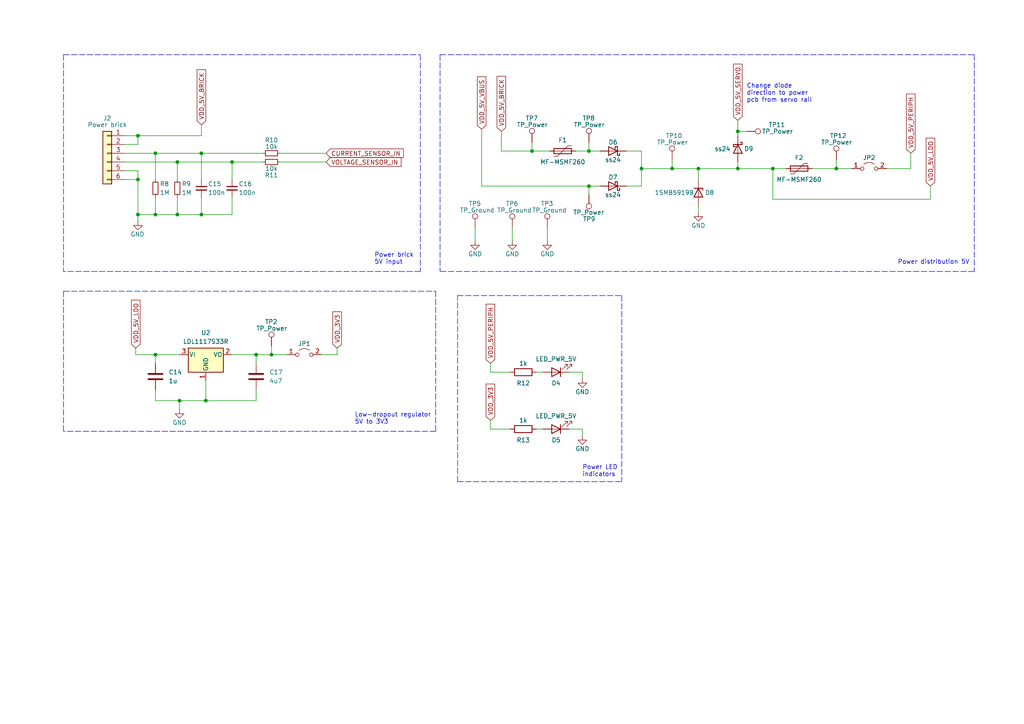
<source format=kicad_sch>
(kicad_sch (version 20211123) (generator eeschema)
  (paper "A4")
  (title_block (title "Power") (date "2023-01-28"))
  (lib_symbols
    (symbol "Connector:TestPoint" (pin_numbers hide) (pin_names (offset 0.762) hide)
      (property "Reference" "TP" (at 0 6.858 0))
      (property "Value" "TestPoint" (at 0 5.08 0))
      (symbol "TestPoint_0_1"
        (circle (center 0 3.302) (radius 0.762))
      )
      (symbol "TestPoint_1_1"
        (pin passive line (at 0 0 90) (length 2.54) (name "1") (number "1"))
      )
    )
    (symbol "Connector_Generic:Conn_01x06" (pin_names (offset 1.016) hide)
      (property "Reference" "J" (at 0 7.62 0))
      (property "Value" "Conn_01x06" (at 0 -10.16 0))
      (symbol "Conn_01x06_1_1"
        (rectangle (start -1.27 -7.493) (end 0 -7.747) (stroke (width 0.1524)))
        (rectangle (start -1.27 -4.953) (end 0 -5.207) (stroke (width 0.1524)))
        (rectangle (start -1.27 -2.413) (end 0 -2.667) (stroke (width 0.1524)))
        (rectangle (start -1.27 0.127) (end 0 -0.127) (stroke (width 0.1524)))
        (rectangle (start -1.27 2.667) (end 0 2.413) (stroke (width 0.1524)))
        (rectangle (start -1.27 5.207) (end 0 4.953) (stroke (width 0.1524)))
        (rectangle (start -1.27 6.35) (end 1.27 -8.89) (stroke (width 0.254)) (fill (type background)))
        (pin passive line (at -5.08 5.08 0) (length 3.81) (name "Pin_1") (number "1"))
        (pin passive line (at -5.08 2.54 0) (length 3.81) (name "Pin_2") (number "2"))
        (pin passive line (at -5.08 0 0) (length 3.81) (name "Pin_3") (number "3"))
        (pin passive line (at -5.08 -2.54 0) (length 3.81) (name "Pin_4") (number "4"))
        (pin passive line (at -5.08 -5.08 0) (length 3.81) (name "Pin_5") (number "5"))
        (pin passive line (at -5.08 -7.62 0) (length 3.81) (name "Pin_6") (number "6"))
      )
    )
    (symbol "Device:C" (pin_numbers hide) (pin_names (offset 0.254))
      (property "Reference" "C" (at 0.635 2.54 0))
      (property "Value" "C" (at 0.635 -2.54 0))
      (symbol "C_0_1"
        (polyline (pts (xy -2.032 -0.762) (xy 2.032 -0.762)) (stroke (width 0.508)))
        (polyline (pts (xy -2.032 0.762) (xy 2.032 0.762)) (stroke (width 0.508)))
      )
      (symbol "C_1_1"
        (pin passive line (at 0 3.81 270) (length 2.794) (name "~") (number "1"))
        (pin passive line (at 0 -3.81 90) (length 2.794) (name "~") (number "2"))
      )
    )
    (symbol "Device:C_Small" (pin_numbers hide) (pin_names (offset 0.254) hide)
      (property "Reference" "C" (at 0.254 1.778 0))
      (property "Value" "C_Small" (at 0.254 -2.032 0))
      (symbol "C_Small_0_1"
        (polyline (pts (xy -1.524 -0.508) (xy 1.524 -0.508)) (stroke (width 0.3302)))
        (polyline (pts (xy -1.524 0.508) (xy 1.524 0.508)) (stroke (width 0.3048)))
      )
      (symbol "C_Small_1_1"
        (pin passive line (at 0 2.54 270) (length 2.032) (name "~") (number "1"))
        (pin passive line (at 0 -2.54 90) (length 2.032) (name "~") (number "2"))
      )
    )
    (symbol "Device:D_Schottky" (pin_numbers hide) (pin_names (offset 1.016) hide)
      (property "Reference" "D" (at 0 2.54 0))
      (property "Value" "D_Schottky" (at 0 -2.54 0))
      (symbol "D_Schottky_0_1"
        (polyline (pts (xy 1.27 0) (xy -1.27 0)))
        (polyline (pts (xy 1.27 1.27) (xy 1.27 -1.27) (xy -1.27 0) (xy 1.27 1.27)) (stroke (width 0.254)))
        (polyline (pts (xy -1.905 0.635) (xy -1.905 1.27) (xy -1.27 1.27) (xy -1.27 -1.27) (xy -0.635 -1.27) (xy -0.635 -0.635)) (stroke (width 0.254)))
      )
      (symbol "D_Schottky_1_1"
        (pin passive line (at -3.81 0 0) (length 2.54) (name "K") (number "1"))
        (pin passive line (at 3.81 0 180) (length 2.54) (name "A") (number "2"))
      )
    )
    (symbol "Device:D_Zener" (pin_numbers hide) (pin_names (offset 1.016) hide)
      (property "Reference" "D" (at 0 2.54 0))
      (property "Value" "D_Zener" (at 0 -2.54 0))
      (symbol "D_Zener_0_1"
        (polyline (pts (xy 1.27 0) (xy -1.27 0)))
        (polyline (pts (xy -1.27 -1.27) (xy -1.27 1.27) (xy -0.762 1.27)) (stroke (width 0.254)))
        (polyline (pts (xy 1.27 -1.27) (xy 1.27 1.27) (xy -1.27 0) (xy 1.27 -1.27)) (stroke (width 0.254)))
      )
      (symbol "D_Zener_1_1"
        (pin passive line (at -3.81 0 0) (length 2.54) (name "K") (number "1"))
        (pin passive line (at 3.81 0 180) (length 2.54) (name "A") (number "2"))
      )
    )
    (symbol "Device:LED" (pin_numbers hide) (pin_names (offset 1.016) hide)
      (property "Reference" "D" (at 0 2.54 0))
      (property "Value" "LED" (at 0 -2.54 0))
      (symbol "LED_0_1"
        (polyline (pts (xy -1.27 -1.27) (xy -1.27 1.27)) (stroke (width 0.254)))
        (polyline (pts (xy -1.27 0) (xy 1.27 0)))
        (polyline (pts (xy 1.27 -1.27) (xy 1.27 1.27) (xy -1.27 0) (xy 1.27 -1.27)) (stroke (width 0.254)))
        (polyline (pts (xy -3.048 -0.762) (xy -4.572 -2.286) (xy -3.81 -2.286) (xy -4.572 -2.286) (xy -4.572 -1.524)))
        (polyline (pts (xy -1.778 -0.762) (xy -3.302 -2.286) (xy -2.54 -2.286) (xy -3.302 -2.286) (xy -3.302 -1.524)))
      )
      (symbol "LED_1_1"
        (pin passive line (at -3.81 0 0) (length 2.54) (name "K") (number "1"))
        (pin passive line (at 3.81 0 180) (length 2.54) (name "A") (number "2"))
      )
    )
    (symbol "Device:Polyfuse" (pin_numbers hide) (pin_names (offset 0))
      (property "Reference" "F" (at -2.54 0 90))
      (property "Value" "Polyfuse" (at 2.54 0 90))
      (symbol "Polyfuse_0_1"
        (rectangle (start -0.762 2.54) (end 0.762 -2.54) (stroke (width 0.254)))
        (polyline (pts (xy 0 2.54) (xy 0 -2.54)))
        (polyline (pts (xy -1.524 2.54) (xy -1.524 1.524) (xy 1.524 -1.524) (xy 1.524 -2.54)))
      )
      (symbol "Polyfuse_1_1"
        (pin passive line (at 0 3.81 270) (length 1.27) (name "~") (number "1"))
        (pin passive line (at 0 -3.81 90) (length 1.27) (name "~") (number "2"))
      )
    )
    (symbol "Device:R" (pin_numbers hide) (pin_names (offset 0))
      (property "Reference" "R" (at 2.032 0 90))
      (property "Value" "R" (at 0 0 90))
      (symbol "R_0_1"
        (rectangle (start -1.016 -2.54) (end 1.016 2.54) (stroke (width 0.254)))
      )
      (symbol "R_1_1"
        (pin passive line (at 0 3.81 270) (length 1.27) (name "~") (number "1"))
        (pin passive line (at 0 -3.81 90) (length 1.27) (name "~") (number "2"))
      )
    )
    (symbol "Device:R_Small" (pin_numbers hide) (pin_names (offset 0.254) hide)
      (property "Reference" "R" (at 0.762 0.508 0))
      (property "Value" "R_Small" (at 0.762 -1.016 0))
      (symbol "R_Small_0_1"
        (rectangle (start -0.762 1.778) (end 0.762 -1.778) (stroke (width 0.2032)))
      )
      (symbol "R_Small_1_1"
        (pin passive line (at 0 2.54 270) (length 0.762) (name "~") (number "1"))
        (pin passive line (at 0 -2.54 90) (length 0.762) (name "~") (number "2"))
      )
    )
    (symbol "Jumper:Jumper_2_Open" (pin_names (offset 0) hide)
      (property "Reference" "JP" (at 0 2.794 0))
      (property "Value" "Jumper_2_Open" (at 0 -2.286 0))
      (symbol "Jumper_2_Open_0_0"
        (circle (center -2.032 0) (radius 0.508))
        (circle (center 2.032 0) (radius 0.508))
      )
      (symbol "Jumper_2_Open_0_1"
        (arc (start 1.524 1.27) (mid 0 1.778) (end -1.524 1.27))
      )
      (symbol "Jumper_2_Open_1_1"
        (pin passive line (at -5.08 0 0) (length 2.54) (name "A") (number "1"))
        (pin passive line (at 5.08 0 180) (length 2.54) (name "B") (number "2"))
      )
    )
    (symbol "Regulator_Linear:LD1117S33TR_SOT223" (pin_names (offset 0.254))
      (property "Reference" "U" (at -3.81 3.175 0))
      (property "Value" "LD1117S33TR_SOT223" (at 0 3.175 0))
      (symbol "LD1117S33TR_SOT223_0_1"
        (rectangle (start -5.08 -5.08) (end 5.08 1.905) (stroke (width 0.254)) (fill (type background)))
      )
      (symbol "LD1117S33TR_SOT223_1_1"
        (pin power_in line (at 0 -7.62 90) (length 2.54) (name "GND") (number "1"))
        (pin power_out line (at 7.62 0 180) (length 2.54) (name "VO") (number "2"))
        (pin power_in line (at -7.62 0 0) (length 2.54) (name "VI") (number "3"))
      )
    )
    (symbol "power:GND" (power) (pin_names (offset 0))
      (property "Value" "GND" (at 0 -3.81 0))
      (symbol "GND_0_1"
        (polyline (pts (xy 0 0) (xy 0 -1.27) (xy 1.27 -1.27) (xy 0 -2.54) (xy -1.27 -1.27) (xy 0 -1.27)))
      )
      (symbol "GND_1_1"
        (pin power_in line (at 0 0 270) (length 0) hide (name "GND") (number "1"))
      )
    )
  )
  (junction (at 67.31 46.99))
  (junction (at 51.435 46.99))
  (junction (at 78.74 102.87))
  (junction (at 58.42 44.45))
  (junction (at 74.295 102.87))
  (junction (at 213.995 38.1))
  (junction (at 186.055 48.895))
  (junction (at 224.155 48.895))
  (junction (at 40.005 39.37))
  (junction (at 202.565 48.895))
  (junction (at 40.005 52.07))
  (junction (at 170.815 43.815))
  (junction (at 45.085 102.87))
  (junction (at 170.815 53.975))
  (junction (at 45.085 62.23))
  (junction (at 242.57 48.895))
  (junction (at 59.69 116.205))
  (junction (at 45.085 44.45))
  (junction (at 154.305 43.815))
  (junction (at 40.005 62.23))
  (junction (at 213.995 48.895))
  (junction (at 51.435 62.23))
  (junction (at 194.945 48.895))
  (junction (at 52.07 116.205))
  (junction (at 58.42 62.23))
  (wire (pts (xy 213.995 34.925) (xy 213.995 38.1)))
  (wire (pts (xy 167.005 43.815) (xy 170.815 43.815)))
  (wire (pts (xy 45.085 113.03) (xy 45.085 116.205)))
  (wire (pts (xy 165.1 107.95) (xy 168.91 107.95)))
  (wire (pts (xy 52.07 102.87) (xy 45.085 102.87)))
  (wire (pts (xy 142.24 107.95) (xy 142.24 105.41)))
  (wire (pts (xy 40.005 39.37) (xy 58.42 39.37)))
  (wire (pts (xy 170.815 41.275) (xy 170.815 43.815)))
  (wire (pts (xy 155.575 107.95) (xy 157.48 107.95)))
  (wire (pts (xy 137.795 66.04) (xy 137.795 69.85)))
  (polyline (pts (xy 126.365 84.455) (xy 126.365 125.095)))
  (wire (pts (xy 235.585 48.895) (xy 242.57 48.895)))
  (wire (pts (xy 224.155 48.895) (xy 227.965 48.895)))
  (wire (pts (xy 181.61 43.815) (xy 186.055 43.815)))
  (wire (pts (xy 139.7 37.465) (xy 139.7 53.975)))
  (wire (pts (xy 155.575 124.46) (xy 157.48 124.46)))
  (wire (pts (xy 74.295 102.87) (xy 74.295 105.41)))
  (polyline (pts (xy 132.715 139.7) (xy 180.34 139.7)))
  (wire (pts (xy 58.42 39.37) (xy 58.42 36.195)))
  (wire (pts (xy 142.24 124.46) (xy 142.24 121.92)))
  (wire (pts (xy 51.435 62.23) (xy 58.42 62.23)))
  (wire (pts (xy 97.79 100.965) (xy 97.79 102.87)))
  (polyline (pts (xy 132.715 139.7) (xy 132.715 85.725)))
  (wire (pts (xy 78.74 100.33) (xy 78.74 102.87)))
  (wire (pts (xy 40.005 62.23) (xy 45.085 62.23)))
  (polyline (pts (xy 127.635 15.875) (xy 127.635 78.74)))
  (wire (pts (xy 67.31 57.15) (xy 67.31 62.23)))
  (wire (pts (xy 45.085 44.45) (xy 45.085 52.07)))
  (wire (pts (xy 242.57 46.355) (xy 242.57 48.895)))
  (polyline (pts (xy 127.635 15.875) (xy 282.575 15.875)))
  (wire (pts (xy 40.005 39.37) (xy 36.195 39.37)))
  (polyline (pts (xy 18.415 84.455) (xy 126.365 84.455)))
  (wire (pts (xy 58.42 57.15) (xy 58.42 62.23)))
  (wire (pts (xy 242.57 48.895) (xy 247.015 48.895)))
  (wire (pts (xy 224.155 57.785) (xy 224.155 48.895)))
  (wire (pts (xy 165.1 124.46) (xy 168.91 124.46)))
  (wire (pts (xy 154.305 41.275) (xy 154.305 43.815)))
  (polyline (pts (xy 126.365 125.095) (xy 18.415 125.095)))
  (wire (pts (xy 148.59 66.04) (xy 148.59 69.85)))
  (wire (pts (xy 213.995 38.1) (xy 213.995 39.37)))
  (wire (pts (xy 45.085 62.23) (xy 51.435 62.23)))
  (polyline (pts (xy 132.715 85.725) (xy 180.34 85.725)))
  (wire (pts (xy 81.28 46.99) (xy 94.615 46.99)))
  (polyline (pts (xy 18.415 15.875) (xy 121.92 15.875)))
  (wire (pts (xy 36.195 41.91) (xy 40.005 41.91)))
  (wire (pts (xy 269.875 57.785) (xy 269.875 53.975)))
  (wire (pts (xy 257.175 48.895) (xy 264.16 48.895)))
  (wire (pts (xy 39.37 100.965) (xy 39.37 102.87)))
  (wire (pts (xy 58.42 44.45) (xy 58.42 52.07)))
  (wire (pts (xy 45.085 102.87) (xy 45.085 105.41)))
  (wire (pts (xy 170.815 53.975) (xy 173.99 53.975)))
  (wire (pts (xy 168.91 107.95) (xy 168.91 109.855)))
  (wire (pts (xy 51.435 46.99) (xy 51.435 52.07)))
  (wire (pts (xy 194.945 46.355) (xy 194.945 48.895)))
  (wire (pts (xy 52.07 116.205) (xy 59.69 116.205)))
  (wire (pts (xy 202.565 48.895) (xy 213.995 48.895)))
  (wire (pts (xy 145.415 43.815) (xy 154.305 43.815)))
  (polyline (pts (xy 282.575 15.875) (xy 282.575 78.74)))
  (polyline (pts (xy 121.92 15.875) (xy 121.92 78.74)))
  (wire (pts (xy 168.91 124.46) (xy 168.91 126.365)))
  (wire (pts (xy 74.295 116.205) (xy 74.295 113.03)))
  (wire (pts (xy 213.995 46.99) (xy 213.995 48.895)))
  (wire (pts (xy 67.31 46.99) (xy 76.2 46.99)))
  (wire (pts (xy 216.535 38.1) (xy 213.995 38.1)))
  (wire (pts (xy 59.69 116.205) (xy 74.295 116.205)))
  (wire (pts (xy 154.305 43.815) (xy 159.385 43.815)))
  (wire (pts (xy 74.295 102.87) (xy 78.74 102.87)))
  (polyline (pts (xy 18.415 84.455) (xy 18.415 125.095)))
  (wire (pts (xy 264.16 48.895) (xy 264.16 44.45)))
  (polyline (pts (xy 121.92 78.74) (xy 18.415 78.74)))
  (wire (pts (xy 51.435 57.15) (xy 51.435 62.23)))
  (wire (pts (xy 36.195 44.45) (xy 45.085 44.45)))
  (wire (pts (xy 45.085 44.45) (xy 58.42 44.45)))
  (wire (pts (xy 78.74 102.87) (xy 83.185 102.87)))
  (wire (pts (xy 52.07 116.205) (xy 52.07 118.745)))
  (wire (pts (xy 45.085 57.15) (xy 45.085 62.23)))
  (wire (pts (xy 186.055 53.975) (xy 186.055 48.895)))
  (wire (pts (xy 81.28 44.45) (xy 94.615 44.45)))
  (wire (pts (xy 67.31 102.87) (xy 74.295 102.87)))
  (wire (pts (xy 40.005 52.07) (xy 40.005 62.23)))
  (wire (pts (xy 224.155 57.785) (xy 269.875 57.785)))
  (wire (pts (xy 59.69 116.205) (xy 59.69 110.49)))
  (wire (pts (xy 213.995 48.895) (xy 224.155 48.895)))
  (wire (pts (xy 145.415 43.815) (xy 145.415 38.1)))
  (wire (pts (xy 36.195 46.99) (xy 51.435 46.99)))
  (wire (pts (xy 40.005 52.07) (xy 36.195 52.07)))
  (wire (pts (xy 147.955 107.95) (xy 142.24 107.95)))
  (wire (pts (xy 181.61 53.975) (xy 186.055 53.975)))
  (wire (pts (xy 40.005 41.91) (xy 40.005 39.37)))
  (polyline (pts (xy 18.415 15.875) (xy 18.415 78.74)))
  (wire (pts (xy 170.815 43.815) (xy 173.99 43.815)))
  (wire (pts (xy 58.42 44.45) (xy 76.2 44.45)))
  (wire (pts (xy 40.005 62.23) (xy 40.005 64.135)))
  (wire (pts (xy 158.75 66.04) (xy 158.75 69.85)))
  (wire (pts (xy 93.345 102.87) (xy 97.79 102.87)))
  (wire (pts (xy 186.055 43.815) (xy 186.055 48.895)))
  (wire (pts (xy 170.815 56.515) (xy 170.815 53.975)))
  (wire (pts (xy 67.31 62.23) (xy 58.42 62.23)))
  (polyline (pts (xy 282.575 78.74) (xy 127.635 78.74)))
  (wire (pts (xy 51.435 46.99) (xy 67.31 46.99)))
  (wire (pts (xy 194.945 48.895) (xy 202.565 48.895)))
  (wire (pts (xy 36.195 49.53) (xy 40.005 49.53)))
  (wire (pts (xy 202.565 48.895) (xy 202.565 52.07)))
  (wire (pts (xy 67.31 46.99) (xy 67.31 52.07)))
  (wire (pts (xy 40.005 49.53) (xy 40.005 52.07)))
  (polyline (pts (xy 180.34 85.725) (xy 180.34 139.7)))
  (wire (pts (xy 202.565 59.69) (xy 202.565 61.595)))
  (wire (pts (xy 139.7 53.975) (xy 170.815 53.975)))
  (wire (pts (xy 186.055 48.895) (xy 194.945 48.895)))
  (wire (pts (xy 147.955 124.46) (xy 142.24 124.46)))
  (wire (pts (xy 39.37 102.87) (xy 45.085 102.87)))
  (wire (pts (xy 45.085 116.205) (xy 52.07 116.205)))
  (text "Power LED\nindicators" (at 168.91 138.43 0) (effects (font (size 1.27 1.27)) (justify left bottom)))
  (text "Power brick\n5V input" (at 108.585 76.835 0) (effects (font (size 1.27 1.27)) (justify left bottom)))
  (text "Change diode \ndirection to power \npcb from servo rail" (at 216.535 29.845 0) (effects (font (size 1.27 1.27)) (justify left bottom)))
  (text "Power distribution 5V" (at 260.35 76.835 0) (effects (font (size 1.27 1.27)) (justify left bottom)))
  (text "Low-dropout regulator\n5V to 3V3" (at 102.87 123.19 0) (effects (font (size 1.27 1.27)) (justify left bottom)))
  (global_label "VDD_3V3" (shape input) (at 97.79 100.965 90) (property "Intersheet References" "${INTERSHEET_REFS}" (effects hide)))
  (global_label "VDD_5V_BRICK" (shape input) (at 58.42 36.195 90) (property "Intersheet References" "${INTERSHEET_REFS}" (effects hide)))
  (global_label "VDD_5V_SERVO" (shape input) (at 213.995 34.925 90) (property "Intersheet References" "${INTERSHEET_REFS}" (effects hide)))
  (global_label "CURRENT_SENSOR_IN" (shape input) (at 94.615 44.45 0) (property "Intersheet References" "${INTERSHEET_REFS}" (effects hide)))
  (global_label "VOLTAGE_SENSOR_IN" (shape input) (at 94.615 46.99 0) (property "Intersheet References" "${INTERSHEET_REFS}" (effects hide)))
  (global_label "VDD_5V_PERIPH" (shape input) (at 264.16 44.45 90) (property "Intersheet References" "${INTERSHEET_REFS}" (effects hide)))
  (global_label "VDD_5V_VBUS" (shape input) (at 139.7 37.465 90) (property "Intersheet References" "${INTERSHEET_REFS}" (effects hide)))
  (global_label "VDD_3V3" (shape input) (at 142.24 121.92 90) (property "Intersheet References" "${INTERSHEET_REFS}" (effects hide)))
  (global_label "VDD_5V_LDO" (shape input) (at 269.875 53.975 90) (property "Intersheet References" "${INTERSHEET_REFS}" (effects hide)))
  (global_label "VDD_5V_LDO" (shape input) (at 39.37 100.965 90) (property "Intersheet References" "${INTERSHEET_REFS}" (effects hide)))
  (global_label "VDD_5V_BRICK" (shape input) (at 145.415 38.1 90) (property "Intersheet References" "${INTERSHEET_REFS}" (effects hide)))
  (global_label "VDD_5V_PERIPH" (shape input) (at 142.24 105.41 90) (property "Intersheet References" "${INTERSHEET_REFS}" (effects hide)))
  (symbol (lib_id "Connector:TestPoint") (at 194.945 46.355 0) (unit 1)
    (property "Reference" "TP10" (at 193.04 39.37 0) (effects (justify left)))
    (property "Value" "TP_Power" (at 190.5 41.275 0) (effects (justify left)))
    (property "Footprint" "TestPoint:TestPoint_Pad_D1.0mm" (effects hide))
  )
  (symbol (lib_id "Device:R_Small") (at 78.74 46.99 270) (unit 1)
    (property "Reference" "R11" (at 78.74 50.8 90))
    (property "Value" "10k" (at 78.74 48.895 90))
    (property "Footprint" "Resistor_SMD:R_0603_1608Metric_Pad0.98x0.95mm_HandSolder" (effects hide))
  )
  (symbol (lib_id "Device:LED") (at 161.29 107.95 180) (unit 1)
    (property "Reference" "D4" (at 161.29 111.125 0))
    (property "Value" "LED_PWR_5V" (at 161.29 104.14 0))
    (property "Footprint" "LED_SMD:LED_1206_3216Metric_Pad1.42x1.75mm_HandSolder" (effects hide))
  )
  (symbol (lib_id "Jumper:Jumper_2_Open") (at 88.265 102.87 0) (unit 1)
    (property "Reference" "JP1" (at 88.265 99.695 0))
    (property "Value" "Jumper_power" (effects hide))
    (property "Footprint" "Connector_PinHeader_2.54mm:PinHeader_1x02_P2.54mm_Vertical" (effects hide))
  )
  (symbol (lib_id "Connector:TestPoint") (at 242.57 46.355 0) (unit 1)
    (property "Reference" "TP12" (at 240.665 39.37 0) (effects (justify left)))
    (property "Value" "TP_Power" (at 238.125 41.275 0) (effects (justify left)))
    (property "Footprint" "TestPoint:TestPoint_Pad_D1.0mm" (effects hide))
  )
  (symbol (lib_id "Device:R_Small") (at 51.435 54.61 0) (unit 1)
    (property "Reference" "R9" (at 52.705 53.34 0) (effects (justify left)))
    (property "Value" "1M" (at 52.705 55.88 0) (effects (justify left)))
    (property "Footprint" "Resistor_SMD:R_0603_1608Metric_Pad0.98x0.95mm_HandSolder" (effects hide))
  )
  (symbol (lib_id "Device:D_Schottky") (at 177.8 53.975 180) (unit 1)
    (property "Reference" "D7" (at 177.8 51.435 0))
    (property "Value" "ss24" (at 177.8 56.515 0))
    (property "Footprint" "Diode_SMD:D_SMB" (effects hide))
  )
  (symbol (lib_id "Connector:TestPoint") (at 154.305 41.275 0) (unit 1)
    (property "Reference" "TP7" (at 152.4 34.29 0) (effects (justify left)))
    (property "Value" "TP_Power" (at 149.86 36.195 0) (effects (justify left)))
    (property "Footprint" "TestPoint:TestPoint_Pad_D1.0mm" (effects hide))
  )
  (symbol (lib_id "Connector_Generic:Conn_01x06") (at 31.115 44.45 0) (mirror y) (unit 1)
    (property "Reference" "J2" (at 31.115 34.29 0))
    (property "Value" "Power brick" (at 31.115 36.195 0))
    (property "Footprint" "Connector_Molex:Molex_PicoBlade_53047-0610_1x06_P1.25mm_Vertical" (effects hide))
  )
  (symbol (lib_id "Connector:TestPoint") (at 170.815 41.275 0) (unit 1)
    (property "Reference" "TP8" (at 168.91 34.29 0) (effects (justify left)))
    (property "Value" "TP_Power" (at 166.37 36.195 0) (effects (justify left)))
    (property "Footprint" "TestPoint:TestPoint_Pad_D1.0mm" (effects hide))
  )
  (symbol (lib_id "Connector:TestPoint") (at 170.815 56.515 180) (unit 1)
    (property "Reference" "TP9" (at 172.72 63.5 0) (effects (justify left)))
    (property "Value" "TP_Power" (at 175.26 61.595 0) (effects (justify left)))
    (property "Footprint" "TestPoint:TestPoint_Pad_D1.0mm" (effects hide))
  )
  (symbol (lib_id "Device:C") (at 74.295 109.22 0) (unit 1)
    (property "Reference" "C17" (at 78.105 107.9499 0) (effects (justify left)))
    (property "Value" "4u7" (at 78.105 110.4899 0) (effects (justify left)))
    (property "Footprint" "Capacitor_SMD:C_0805_2012Metric_Pad1.18x1.45mm_HandSolder" (effects hide))
  )
  (symbol (lib_id "power:GND") (at 148.59 69.85 0) (unit 1)
    (property "Reference" "#PWR013" (effects hide))
    (property "Value" "GND" (at 148.59 73.66 0))
  )
  (symbol (lib_id "power:GND") (at 137.795 69.85 0) (unit 1)
    (property "Reference" "#PWR012" (effects hide))
    (property "Value" "GND" (at 137.795 73.66 0))
  )
  (symbol (lib_id "power:GND") (at 202.565 61.595 0) (unit 1)
    (property "Reference" "#PWR016" (effects hide))
    (property "Value" "GND" (at 202.565 65.405 0))
  )
  (symbol (lib_id "Device:R") (at 151.765 107.95 270) (unit 1)
    (property "Reference" "R12" (at 151.765 111.125 90))
    (property "Value" "1k" (at 151.765 105.41 90))
    (property "Footprint" "Resistor_SMD:R_0603_1608Metric_Pad0.98x0.95mm_HandSolder" (effects hide))
  )
  (symbol (lib_id "Device:C") (at 45.085 109.22 0) (unit 1)
    (property "Reference" "C14" (at 48.895 107.9499 0) (effects (justify left)))
    (property "Value" "1u" (at 48.895 110.4899 0) (effects (justify left)))
    (property "Footprint" "Capacitor_SMD:C_0805_2012Metric_Pad1.18x1.45mm_HandSolder" (effects hide))
  )
  (symbol (lib_id "Device:C_Small") (at 67.31 54.61 0) (unit 1)
    (property "Reference" "C16" (at 69.215 53.34 0) (effects (justify left)))
    (property "Value" "100n" (at 69.215 55.88 0) (effects (justify left)))
    (property "Footprint" "Capacitor_SMD:C_0603_1608Metric_Pad1.08x0.95mm_HandSolder" (effects hide))
  )
  (symbol (lib_id "power:GND") (at 168.91 126.365 0) (unit 1)
    (property "Reference" "#PWR015" (effects hide))
    (property "Value" "GND" (at 168.91 130.175 0))
  )
  (symbol (lib_id "power:GND") (at 168.91 109.855 0) (unit 1)
    (property "Reference" "#PWR014" (effects hide))
    (property "Value" "GND" (at 168.91 113.665 0))
  )
  (symbol (lib_id "power:GND") (at 52.07 118.745 0) (unit 1)
    (property "Reference" "#PWR011" (effects hide))
    (property "Value" "GND" (at 52.07 122.555 0))
  )
  (symbol (lib_id "Connector:TestPoint") (at 158.75 66.04 0) (unit 1)
    (property "Reference" "TP3" (at 156.845 59.055 0) (effects (justify left)))
    (property "Value" "TP_Ground" (at 154.305 60.96 0) (effects (justify left)))
    (property "Footprint" "TestPoint:TestPoint_Pad_D1.0mm" (effects hide))
  )
  (symbol (lib_id "Jumper:Jumper_2_Open") (at 252.095 48.895 0) (unit 1)
    (property "Reference" "JP2" (at 252.095 45.72 0))
    (property "Value" "Jumper_power" (effects hide))
    (property "Footprint" "Connector_PinHeader_2.54mm:PinHeader_1x02_P2.54mm_Vertical" (effects hide))
  )
  (symbol (lib_id "Device:D_Schottky") (at 177.8 43.815 180) (unit 1)
    (property "Reference" "D6" (at 177.8 41.275 0))
    (property "Value" "ss24" (at 177.8 46.355 0))
    (property "Footprint" "Diode_SMD:D_SMB" (effects hide))
  )
  (symbol (lib_id "Connector:TestPoint") (at 78.74 100.33 0) (unit 1)
    (property "Reference" "TP2" (at 76.835 93.345 0) (effects (justify left)))
    (property "Value" "TP_Power" (at 74.295 95.25 0) (effects (justify left)))
    (property "Footprint" "TestPoint:TestPoint_Pad_D1.0mm" (effects hide))
  )
  (symbol (lib_id "Device:Polyfuse") (at 231.775 48.895 90) (unit 1)
    (property "Reference" "F2" (at 231.775 45.72 90))
    (property "Value" "MF-MSMF260" (at 231.775 52.07 90))
    (property "Footprint" "Fuse:Fuse_1812_4532Metric_Pad1.30x3.40mm_HandSolder" (effects hide))
  )
  (symbol (lib_id "Device:R") (at 151.765 124.46 270) (unit 1)
    (property "Reference" "R13" (at 151.765 127.635 90))
    (property "Value" "1k" (at 151.765 121.92 90))
    (property "Footprint" "Resistor_SMD:R_0603_1608Metric_Pad0.98x0.95mm_HandSolder" (effects hide))
  )
  (symbol (lib_id "Device:LED") (at 161.29 124.46 180) (unit 1)
    (property "Reference" "D5" (at 161.29 127.635 0))
    (property "Value" "LED_PWR_5V" (at 161.29 120.65 0))
    (property "Footprint" "LED_SMD:LED_1206_3216Metric_Pad1.42x1.75mm_HandSolder" (effects hide))
  )
  (symbol (lib_id "Device:D_Zener") (at 202.565 55.88 270) (unit 1)
    (property "Reference" "D8" (at 204.47 55.88 90) (effects (justify left)))
    (property "Value" "1SMB5919B" (at 189.865 55.88 90) (effects (justify left)))
    (property "Footprint" "Diode_SMD:D_SMB" (effects hide))
  )
  (symbol (lib_id "power:GND") (at 40.005 64.135 0) (unit 1)
    (property "Reference" "#PWR010" (effects hide))
    (property "Value" "GND" (at 41.91 67.945 0) (effects (justify right)))
  )
  (symbol (lib_id "Connector:TestPoint") (at 137.795 66.04 0) (unit 1)
    (property "Reference" "TP5" (at 135.89 59.055 0) (effects (justify left)))
    (property "Value" "TP_Ground" (at 133.35 60.96 0) (effects (justify left)))
    (property "Footprint" "TestPoint:TestPoint_Pad_D1.0mm" (effects hide))
  )
  (symbol (lib_id "Connector:TestPoint") (at 216.535 38.1 270) (unit 1)
    (property "Reference" "TP11" (at 222.885 36.195 90) (effects (justify left)))
    (property "Value" "TP_Power" (at 220.98 38.1 90) (effects (justify left)))
    (property "Footprint" "TestPoint:TestPoint_Pad_D1.0mm" (effects hide))
  )
  (symbol (lib_id "Connector:TestPoint") (at 148.59 66.04 0) (unit 1)
    (property "Reference" "TP6" (at 146.685 59.055 0) (effects (justify left)))
    (property "Value" "TP_Ground" (at 144.145 60.96 0) (effects (justify left)))
    (property "Footprint" "TestPoint:TestPoint_Pad_D1.0mm" (effects hide))
  )
  (symbol (lib_id "Regulator_Linear:LD1117S33TR_SOT223") (at 59.69 102.87 0) (unit 1)
    (property "Reference" "U2" (at 59.69 96.52 0))
    (property "Value" "LDL1117S33R" (at 59.69 99.06 0))
    (property "Footprint" "Package_TO_SOT_SMD:SOT-223-3_TabPin2" (effects hide))
    (property "Datasheet" "http://www.st.com/st-web-ui/static/active/en/resource/technical/document/datasheet/CD00000544.pdf" (effects hide))
  )
  (symbol (lib_id "Device:C_Small") (at 58.42 54.61 0) (unit 1)
    (property "Reference" "C15" (at 60.325 53.34 0) (effects (justify left)))
    (property "Value" "100n" (at 60.325 55.88 0) (effects (justify left)))
    (property "Footprint" "Capacitor_SMD:C_0603_1608Metric_Pad1.08x0.95mm_HandSolder" (effects hide))
  )
  (symbol (lib_id "Device:D_Schottky") (at 213.995 43.18 270) (unit 1)
    (property "Reference" "D9" (at 217.17 43.18 90))
    (property "Value" "ss24" (at 209.55 43.18 90))
    (property "Footprint" "Diode_SMD:D_SMB" (effects hide))
  )
  (symbol (lib_id "Device:R_Small") (at 45.085 54.61 0) (unit 1)
    (property "Reference" "R8" (at 46.355 53.34 0) (effects (justify left)))
    (property "Value" "1M" (at 46.355 55.88 0) (effects (justify left)))
    (property "Footprint" "Resistor_SMD:R_0603_1608Metric_Pad0.98x0.95mm_HandSolder" (effects hide))
  )
  (symbol (lib_id "Device:R_Small") (at 78.74 44.45 90) (unit 1)
    (property "Reference" "R10" (at 78.74 40.64 90))
    (property "Value" "10k" (at 78.74 42.545 90))
    (property "Footprint" "Resistor_SMD:R_0603_1608Metric_Pad0.98x0.95mm_HandSolder" (effects hide))
  )
  (symbol (lib_id "power:GND") (at 158.75 69.85 0) (unit 1)
    (property "Reference" "#PWR042" (effects hide))
    (property "Value" "GND" (at 158.75 73.66 0))
  )
  (symbol (lib_id "Device:Polyfuse") (at 163.195 43.815 90) (unit 1)
    (property "Reference" "F1" (at 163.195 40.64 90))
    (property "Value" "MF-MSMF260" (at 163.195 46.99 90))
    (property "Footprint" "Fuse:Fuse_1812_4532Metric_Pad1.30x3.40mm_HandSolder" (effects hide))
  )
)
</source>
